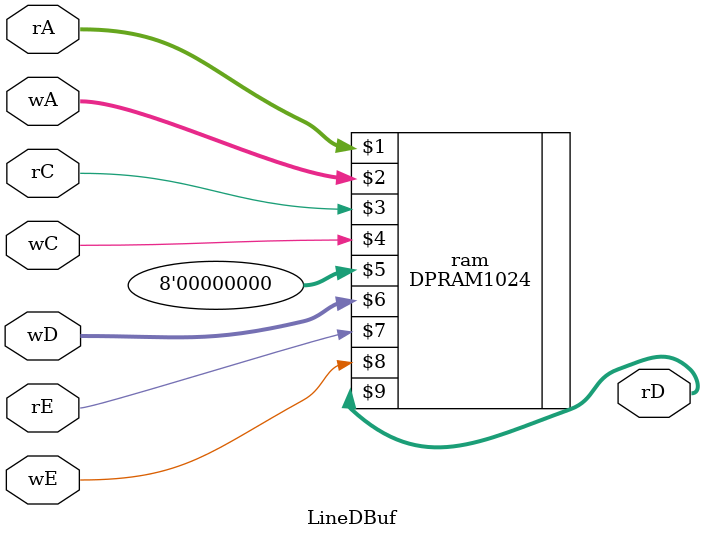
<source format=v>

module NINJAKUN_SP
(
	input				VCLKx4,
	input				VCLK,

	input   [8:0]	PH,
	input	  [8:0]	PV,

	output [10:0]	SPAAD,
	input   [7:0]	SPADT,

	output [12:0]	SPCAD,
	input  [31:0]	SPCDT,
	input				SPCFT,

	output  [8:0]	SPOUT
);

wire 		  WPEN;
wire [8:0] WPAD;
wire [7:0] WPIX;

reg  [7:0] POUT;
wire [3:0] OTHP = (POUT[3:0]==1) ? POUT[7:4] : POUT[3:0];

reg  [9:0] radr0=0,radr1=1;
wire [7:0] POUTi;
LineDBuf ldbuf(
	 VCLKx4, radr0, POUTi, (radr0==radr1),
	~VCLKx4, {PV[0],WPAD}, WPIX, WPEN
);
always @(posedge VCLK) radr0 <= {~PV[0],PH};
always @(negedge VCLK) begin 
	if (radr0!=radr1) POUT <= POUTi;
	radr1 <= radr0;
end

NINJAKUN_SPENG eng (
	VCLKx4, PH, PV,
	SPAAD, SPADT,
	SPCAD, SPCDT, SPCFT,
	 WPAD,  WPIX, WPEN
);

assign SPOUT = { 5'h0, OTHP };

endmodule


module NINJAKUN_SPENG
(
	input				VCLKx4,

	input	 [8:0]	PH,
	input  [8:0]	PV,

	output [10:0]	SPAAD,
	input  [7:0]	SPADT,

	output [12:0]	SPCAD,
	input  [31:0]	SPCDT,
	input				SPCFT,

	output [8:0]	WPAD,
	output [7:0]	WPIX,
	output			WPEN
);

reg  [5:0] SPRNO;
reg  [1:0] SPRIX;
assign	  SPAAD = {SPRNO, 3'h0, SPRIX};

reg  [7:0] ATTR;
wire [3:0] PALNO = ATTR[3:0];
wire 		  FLIPH = ATTR[4];
wire 		  FLIPV = ATTR[5];
wire 		  XPOSH = ATTR[6];
wire 		  DSABL = ATTR[7];

reg  [7:0] YPOS;
reg  [7:0] NV;
wire [7:0] HV   = NV-YPOS;
wire [3:0] LV   = {4{FLIPV}}^(HV[3:0]);
wire       YHIT = (HV[7:4]==4'b1111) & (~DSABL);

reg  [7:0] XPOS;
reg  [4:0] WP;
wire [3:0] WOFS = {4{FLIPH}}^(WP[3:0]);
assign 	  WPAD = {1'b0,XPOS}-{XPOSH,8'h0}+WOFS-1;
assign 	  WPEN = ~(WP[4]|(WPIX[3:0]==0));

reg  [7:0] PTNO;
reg		  CRS;
assign	  SPCAD = {PTNO, LV[3], CRS, LV[2:0]};

function [3:0] XOUT;
input  [2:0] N;
input [31:0] CDT;
	case(N)
	 0: XOUT = CDT[7:4];
	 1: XOUT = CDT[3:0];
	 2: XOUT = CDT[15:12];
	 3: XOUT = CDT[11:8];
	 4: XOUT = CDT[23:20];
	 5: XOUT = CDT[19:16];
	 6: XOUT = CDT[31:28];
	 7: XOUT = CDT[27:24];
	endcase
endfunction
reg [31:0] CDT0, CDT1;
assign	  WPIX = {PALNO, XOUT(WP[2:0],WP[3] ? CDT1 : CDT0)};


`define WAIT	0
`define FETCH0	1
`define FETCH1	2
`define FETCH2	3
`define FETCH3	4
`define FETCH4	5
`define DRAW	6
`define NEXT	7

reg  [2:0] STATE;
always @( posedge VCLKx4 ) begin
	case (STATE)

	 `WAIT: begin
			WP <= 16;
			if (~PH[8]) begin
				NV <= PV+17;
				SPRNO <= 0;
				SPRIX <= 2;
				STATE <= `FETCH0;
			end
		end

	 `FETCH0: begin
			YPOS  <= SPADT;
			SPRIX <= 3;
			STATE <= `FETCH1;
		end
	 `FETCH1: begin
			ATTR   = SPADT; /* ATTR must block assign */
			SPRIX <= 0;
			STATE <= YHIT ? `FETCH2 : `NEXT;
		end

	 `FETCH2: begin
			PTNO  <= SPADT;
			SPRIX <= 1;
			STATE <= `FETCH3;
		end
	 `FETCH3: begin
		   if (SPCFT) begin		// Wait for CHRROM fetch cycle
				XPOS  <= SPADT;
				CRS   <= 0;
				STATE <= `FETCH4;
			end
		end
	 `FETCH4: begin
			if (SPCFT) begin		// Fetch CHRROM data (16pixels)
				if (~CRS) begin
					CDT0  <= SPCDT;
					CRS   <= 1;
				end
				else begin
					CDT1  <= SPCDT;
					WP    <= 0;
					STATE <= `DRAW;
				end
			end
		end

	 `DRAW: begin
			WP <= WP+1;
			if (WP[4]) STATE <= `NEXT;
 	   end

	 `NEXT: begin
			CDT0  <= 0; CDT1 <= 0;
			SPRNO <= SPRNO+1;
			SPRIX <= 2;
			STATE <= (SPRNO==63) ? `WAIT : `FETCH0;
	   end

	endcase
end

endmodule


module LineDBuf
(
	input 		 rC,
	input  [9:0] rA,
	output [7:0] rD,
	input			 rE,

	input			 wC,
	input	 [9:0] wA,
	input  [7:0] wD,
	input			 wE
);

DPRAM1024 ram(
	rA, wA,
	rC, wC,
	8'h0, wD,
	rE, wE,
	rD
);

endmodule


</source>
